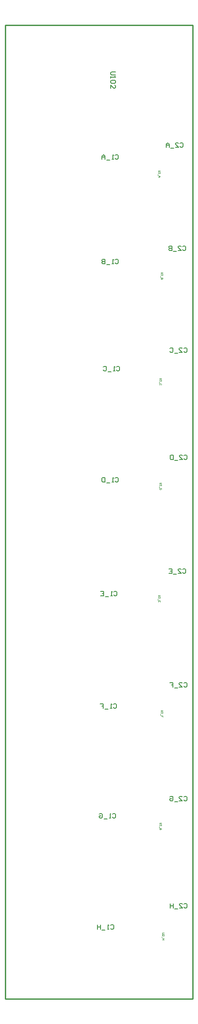
<source format=gbo>
G04 Layer_Color=32896*
%FSLAX25Y25*%
%MOIN*%
G70*
G01*
G75*
%ADD22C,0.01000*%
%ADD23C,0.00236*%
%ADD24C,0.00800*%
D22*
X0Y-736221D02*
X141732D01*
Y0D01*
X0D02*
X141732D01*
X0Y-736221D02*
Y0D01*
D23*
X119878Y-686276D02*
X118730D01*
X118500Y-686505D01*
Y-686964D01*
X118730Y-687194D01*
X119878D01*
X118500Y-688571D02*
Y-687653D01*
X119418Y-688571D01*
X119648D01*
X119878Y-688342D01*
Y-687883D01*
X119648Y-687653D01*
X118270Y-689031D02*
Y-689949D01*
X119878Y-690408D02*
X118500D01*
X119189D01*
Y-691326D01*
X119878D01*
X118500D01*
X117877Y-603000D02*
X116730D01*
X116500Y-603230D01*
Y-603689D01*
X116730Y-603918D01*
X117877D01*
X116500Y-605296D02*
Y-604378D01*
X117418Y-605296D01*
X117648D01*
X117877Y-605066D01*
Y-604607D01*
X117648Y-604378D01*
X116270Y-605755D02*
Y-606673D01*
X117648Y-608051D02*
X117877Y-607821D01*
Y-607362D01*
X117648Y-607132D01*
X116730D01*
X116500Y-607362D01*
Y-607821D01*
X116730Y-608051D01*
X117189D01*
Y-607592D01*
X118877Y-518000D02*
X117730D01*
X117500Y-518230D01*
Y-518689D01*
X117730Y-518918D01*
X118877D01*
X117500Y-520296D02*
Y-519378D01*
X118418Y-520296D01*
X118648D01*
X118877Y-520066D01*
Y-519607D01*
X118648Y-519378D01*
X117270Y-520755D02*
Y-521673D01*
X118877Y-523051D02*
Y-522132D01*
X118189D01*
Y-522592D01*
Y-522132D01*
X117500D01*
X116877Y-431000D02*
X115730D01*
X115500Y-431230D01*
Y-431689D01*
X115730Y-431918D01*
X116877D01*
X115500Y-433296D02*
Y-432377D01*
X116418Y-433296D01*
X116648D01*
X116877Y-433066D01*
Y-432607D01*
X116648Y-432377D01*
X115270Y-433755D02*
Y-434673D01*
X116877Y-436051D02*
Y-435133D01*
X115500D01*
Y-436051D01*
X116189Y-435133D02*
Y-435592D01*
X117877Y-346000D02*
X116730D01*
X116500Y-346230D01*
Y-346689D01*
X116730Y-346918D01*
X117877D01*
X116500Y-348296D02*
Y-347377D01*
X117418Y-348296D01*
X117648D01*
X117877Y-348066D01*
Y-347607D01*
X117648Y-347377D01*
X116270Y-348755D02*
Y-349673D01*
X117877Y-350132D02*
X116500D01*
Y-350821D01*
X116730Y-351051D01*
X117648D01*
X117877Y-350821D01*
Y-350132D01*
Y-267000D02*
X116730D01*
X116500Y-267230D01*
Y-267689D01*
X116730Y-267918D01*
X117877D01*
X116500Y-269296D02*
Y-268377D01*
X117418Y-269296D01*
X117648D01*
X117877Y-269066D01*
Y-268607D01*
X117648Y-268377D01*
X116270Y-269755D02*
Y-270673D01*
X117648Y-272051D02*
X117877Y-271821D01*
Y-271362D01*
X117648Y-271132D01*
X116730D01*
X116500Y-271362D01*
Y-271821D01*
X116730Y-272051D01*
X118877Y-187000D02*
X117730D01*
X117500Y-187230D01*
Y-187689D01*
X117730Y-187918D01*
X118877D01*
X117500Y-189296D02*
Y-188377D01*
X118418Y-189296D01*
X118648D01*
X118877Y-189066D01*
Y-188607D01*
X118648Y-188377D01*
X117270Y-189755D02*
Y-190673D01*
X118877Y-191132D02*
X117500D01*
Y-191821D01*
X117730Y-192051D01*
X117959D01*
X118189Y-191821D01*
Y-191132D01*
Y-191821D01*
X118418Y-192051D01*
X118648D01*
X118877Y-191821D01*
Y-191132D01*
X116877Y-110000D02*
X115730D01*
X115500Y-110230D01*
Y-110689D01*
X115730Y-110918D01*
X116877D01*
X115500Y-112296D02*
Y-111378D01*
X116418Y-112296D01*
X116648D01*
X116877Y-112066D01*
Y-111607D01*
X116648Y-111378D01*
X115270Y-112755D02*
Y-113673D01*
X115500Y-114132D02*
X116418D01*
X116877Y-114592D01*
X116418Y-115051D01*
X115500D01*
X116189D01*
Y-114132D01*
D24*
X134973Y-664634D02*
X135556Y-664051D01*
X136722D01*
X137305Y-664634D01*
Y-666967D01*
X136722Y-667550D01*
X135556D01*
X134973Y-666967D01*
X131474Y-667550D02*
X133806D01*
X131474Y-665217D01*
Y-664634D01*
X132057Y-664051D01*
X133223D01*
X133806Y-664634D01*
X130307Y-668133D02*
X127975D01*
X126809Y-664051D02*
Y-667550D01*
Y-665801D01*
X124476D01*
Y-664051D01*
Y-667550D01*
X134894Y-583634D02*
X135477Y-583051D01*
X136643D01*
X137226Y-583634D01*
Y-585967D01*
X136643Y-586550D01*
X135477D01*
X134894Y-585967D01*
X131395Y-586550D02*
X133728D01*
X131395Y-584217D01*
Y-583634D01*
X131978Y-583051D01*
X133144D01*
X133728Y-583634D01*
X130229Y-587133D02*
X127896D01*
X124397Y-583634D02*
X124980Y-583051D01*
X126147D01*
X126730Y-583634D01*
Y-585967D01*
X126147Y-586550D01*
X124980D01*
X124397Y-585967D01*
Y-584801D01*
X125564D01*
X134894Y-497634D02*
X135477Y-497051D01*
X136643D01*
X137226Y-497634D01*
Y-499967D01*
X136643Y-500550D01*
X135477D01*
X134894Y-499967D01*
X131395Y-500550D02*
X133728D01*
X131395Y-498217D01*
Y-497634D01*
X131978Y-497051D01*
X133144D01*
X133728Y-497634D01*
X130229Y-501133D02*
X127896D01*
X124397Y-497051D02*
X126730D01*
Y-498801D01*
X125564D01*
X126730D01*
Y-500550D01*
X133973Y-411634D02*
X134556Y-411051D01*
X135722D01*
X136305Y-411634D01*
Y-413967D01*
X135722Y-414550D01*
X134556D01*
X133973Y-413967D01*
X130474Y-414550D02*
X132806D01*
X130474Y-412217D01*
Y-411634D01*
X131057Y-411051D01*
X132223D01*
X132806Y-411634D01*
X129307Y-415133D02*
X126975D01*
X123476Y-411051D02*
X125809D01*
Y-414550D01*
X123476D01*
X125809Y-412801D02*
X124642D01*
X79473Y-680634D02*
X80056Y-680051D01*
X81222D01*
X81805Y-680634D01*
Y-682967D01*
X81222Y-683550D01*
X80056D01*
X79473Y-682967D01*
X78306Y-683550D02*
X77140D01*
X77723D01*
Y-680051D01*
X78306Y-680634D01*
X75390Y-684133D02*
X73058D01*
X71892Y-680051D02*
Y-683550D01*
Y-681801D01*
X69559D01*
Y-680051D01*
Y-683550D01*
X80921Y-596634D02*
X81504Y-596051D01*
X82670D01*
X83253Y-596634D01*
Y-598967D01*
X82670Y-599550D01*
X81504D01*
X80921Y-598967D01*
X79754Y-599550D02*
X78588D01*
X79171D01*
Y-596051D01*
X79754Y-596634D01*
X76839Y-600133D02*
X74506D01*
X71007Y-596634D02*
X71590Y-596051D01*
X72757D01*
X73340Y-596634D01*
Y-598967D01*
X72757Y-599550D01*
X71590D01*
X71007Y-598967D01*
Y-597801D01*
X72173D01*
X81673Y-513634D02*
X82256Y-513051D01*
X83422D01*
X84005Y-513634D01*
Y-515967D01*
X83422Y-516550D01*
X82256D01*
X81673Y-515967D01*
X80506Y-516550D02*
X79340D01*
X79923D01*
Y-513051D01*
X80506Y-513634D01*
X77591Y-517133D02*
X75258D01*
X71759Y-513051D02*
X74092D01*
Y-514801D01*
X72925D01*
X74092D01*
Y-516550D01*
X81972Y-428634D02*
X82556Y-428051D01*
X83722D01*
X84305Y-428634D01*
Y-430967D01*
X83722Y-431550D01*
X82556D01*
X81972Y-430967D01*
X80806Y-431550D02*
X79640D01*
X80223D01*
Y-428051D01*
X80806Y-428634D01*
X77890Y-432133D02*
X75558D01*
X72059Y-428051D02*
X74392D01*
Y-431550D01*
X72059D01*
X74392Y-429801D02*
X73225D01*
X131973Y-89634D02*
X132556Y-89051D01*
X133722D01*
X134305Y-89634D01*
Y-91967D01*
X133722Y-92550D01*
X132556D01*
X131973Y-91967D01*
X128474Y-92550D02*
X130806D01*
X128474Y-90217D01*
Y-89634D01*
X129057Y-89051D01*
X130223D01*
X130806Y-89634D01*
X127307Y-93133D02*
X124975D01*
X123809Y-92550D02*
Y-90217D01*
X122642Y-89051D01*
X121476Y-90217D01*
Y-92550D01*
Y-90801D01*
X123809D01*
X82973Y-98634D02*
X83556Y-98051D01*
X84722D01*
X85305Y-98634D01*
Y-100967D01*
X84722Y-101550D01*
X83556D01*
X82973Y-100967D01*
X81806Y-101550D02*
X80640D01*
X81223D01*
Y-98051D01*
X81806Y-98634D01*
X78891Y-102133D02*
X76558D01*
X75392Y-101550D02*
Y-99217D01*
X74225Y-98051D01*
X73059Y-99217D01*
Y-101550D01*
Y-99801D01*
X75392D01*
X82973Y-177634D02*
X83556Y-177051D01*
X84722D01*
X85305Y-177634D01*
Y-179967D01*
X84722Y-180550D01*
X83556D01*
X82973Y-179967D01*
X81806Y-180550D02*
X80640D01*
X81223D01*
Y-177051D01*
X81806Y-177634D01*
X78891Y-181133D02*
X76558D01*
X75392Y-177051D02*
Y-180550D01*
X73642D01*
X73059Y-179967D01*
Y-179384D01*
X73642Y-178801D01*
X75392D01*
X73642D01*
X73059Y-178217D01*
Y-177634D01*
X73642Y-177051D01*
X75392D01*
X83973Y-258634D02*
X84556Y-258051D01*
X85722D01*
X86305Y-258634D01*
Y-260967D01*
X85722Y-261550D01*
X84556D01*
X83973Y-260967D01*
X82806Y-261550D02*
X81640D01*
X82223D01*
Y-258051D01*
X82806Y-258634D01*
X79891Y-262133D02*
X77558D01*
X74059Y-258634D02*
X74642Y-258051D01*
X75809D01*
X76392Y-258634D01*
Y-260967D01*
X75809Y-261550D01*
X74642D01*
X74059Y-260967D01*
X82973Y-342634D02*
X83556Y-342051D01*
X84722D01*
X85305Y-342634D01*
Y-344967D01*
X84722Y-345550D01*
X83556D01*
X82973Y-344967D01*
X81806Y-345550D02*
X80640D01*
X81223D01*
Y-342051D01*
X81806Y-342634D01*
X78891Y-346133D02*
X76558D01*
X75392Y-342051D02*
Y-345550D01*
X73642D01*
X73059Y-344967D01*
Y-342634D01*
X73642Y-342051D01*
X75392D01*
X133973Y-167634D02*
X134556Y-167051D01*
X135722D01*
X136305Y-167634D01*
Y-169967D01*
X135722Y-170550D01*
X134556D01*
X133973Y-169967D01*
X130474Y-170550D02*
X132806D01*
X130474Y-168217D01*
Y-167634D01*
X131057Y-167051D01*
X132223D01*
X132806Y-167634D01*
X129307Y-171133D02*
X126975D01*
X125809Y-167051D02*
Y-170550D01*
X124059D01*
X123476Y-169967D01*
Y-169384D01*
X124059Y-168801D01*
X125809D01*
X124059D01*
X123476Y-168217D01*
Y-167634D01*
X124059Y-167051D01*
X125809D01*
X134872Y-244634D02*
X135456Y-244051D01*
X136622D01*
X137205Y-244634D01*
Y-246967D01*
X136622Y-247550D01*
X135456D01*
X134872Y-246967D01*
X131374Y-247550D02*
X133706D01*
X131374Y-245217D01*
Y-244634D01*
X131957Y-244051D01*
X133123D01*
X133706Y-244634D01*
X130207Y-248133D02*
X127875D01*
X124376Y-244634D02*
X124959Y-244051D01*
X126125D01*
X126708Y-244634D01*
Y-246967D01*
X126125Y-247550D01*
X124959D01*
X124376Y-246967D01*
X134973Y-325634D02*
X135556Y-325051D01*
X136722D01*
X137305Y-325634D01*
Y-327967D01*
X136722Y-328550D01*
X135556D01*
X134973Y-327967D01*
X131474Y-328550D02*
X133806D01*
X131474Y-326217D01*
Y-325634D01*
X132057Y-325051D01*
X133223D01*
X133806Y-325634D01*
X130307Y-329133D02*
X127975D01*
X126809Y-325051D02*
Y-328550D01*
X125059D01*
X124476Y-327967D01*
Y-325634D01*
X125059Y-325051D01*
X126809D01*
X83195Y-35441D02*
X80279D01*
X79696Y-36024D01*
Y-37190D01*
X80279Y-37774D01*
X83195D01*
X79696Y-38940D02*
Y-40106D01*
Y-39523D01*
X83195D01*
X82612Y-38940D01*
Y-41856D02*
X83195Y-42439D01*
Y-43605D01*
X82612Y-44188D01*
X80279D01*
X79696Y-43605D01*
Y-42439D01*
X80279Y-41856D01*
X82612D01*
X79696Y-47687D02*
Y-45355D01*
X82028Y-47687D01*
X82612D01*
X83195Y-47104D01*
Y-45938D01*
X82612Y-45355D01*
M02*

</source>
